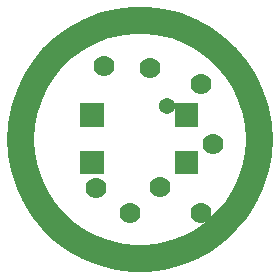
<source format=gbr>
G04 start of page 7 for group -4062 idx -4062 *
G04 Title: (unknown), soldermask *
G04 Creator: pcb 20140316 *
G04 CreationDate: Sat Sep  5 02:44:50 2015 UTC *
G04 For: dima *
G04 Format: Gerber/RS-274X *
G04 PCB-Dimensions (mil): 944.88 944.88 *
G04 PCB-Coordinate-Origin: lower left *
%MOIN*%
%FSLAX25Y25*%
%LNBOTTOMMASK*%
%ADD65C,0.0900*%
%ADD64C,0.0001*%
%ADD63C,0.0540*%
%ADD62C,0.0700*%
G54D62*X32677Y30709D03*
X71738Y45592D03*
X43963Y22508D03*
X53937Y31102D03*
X67636Y65359D03*
X35370Y71432D03*
X50787Y70866D03*
G54D63*X56299Y58268D03*
G54D62*X67717Y22441D03*
G54D64*G36*
X27559Y59055D02*Y51181D01*
X35433D01*
Y59055D01*
X27559D01*
G37*
G36*
Y43307D02*Y35433D01*
X35433D01*
Y43307D01*
X27559D01*
G37*
G54D65*X15074Y23872D02*X18257Y20024D01*
X12399Y28088D02*X15074Y23872D01*
X10273Y32606D02*X12399Y28088D01*
X8730Y37355D02*X10273Y32606D01*
X7794Y42260D02*X8730Y37355D01*
X7480Y47244D02*X7794Y42260D01*
X7480Y47244D02*X7794Y52228D01*
X8730Y57133D01*
X10273Y61882D01*
X12399Y66400D01*
X15074Y70617D01*
X18257Y74464D01*
X21898Y77883D01*
X25937Y80818D01*
X30313Y83224D01*
X34956Y85062D01*
X39793Y86304D01*
X44747Y86930D01*
X49741D01*
X54695Y86304D01*
X59532Y85062D01*
X64175Y83224D01*
X68551Y80818D01*
X72591Y77883D01*
X76231Y74464D01*
X79414Y70617D01*
X82089Y66400D01*
X84215Y61882D01*
G54D64*G36*
X59055Y43307D02*Y35433D01*
X66929D01*
Y43307D01*
X59055D01*
G37*
G36*
Y59055D02*Y51181D01*
X66929D01*
Y59055D01*
X59055D01*
G37*
G54D65*X84215Y61882D02*X85759Y57133D01*
X86694Y52228D01*
X87008Y47244D01*
X86694Y42260D02*X87008Y47244D01*
X85759Y37355D02*X86694Y42260D01*
X84215Y32606D02*X85759Y37355D01*
X82089Y28088D02*X84215Y32606D01*
X79414Y23872D02*X82089Y28088D01*
X76231Y20024D02*X79414Y23872D01*
X72591Y16606D02*X76231Y20024D01*
X68551Y13670D02*X72591Y16606D01*
X64175Y11265D02*X68551Y13670D01*
X59532Y9426D02*X64175Y11265D01*
X54695Y8185D02*X59532Y9426D01*
X49741Y7559D02*X54695Y8185D01*
X44747Y7559D02*X49741D01*
X39793Y8185D02*X44747Y7559D01*
X34956Y9426D02*X39793Y8185D01*
X30313Y11265D02*X34956Y9426D01*
X25937Y13670D02*X30313Y11265D01*
X21898Y16606D02*X25937Y13670D01*
X18257Y20024D02*X21898Y16606D01*
M02*

</source>
